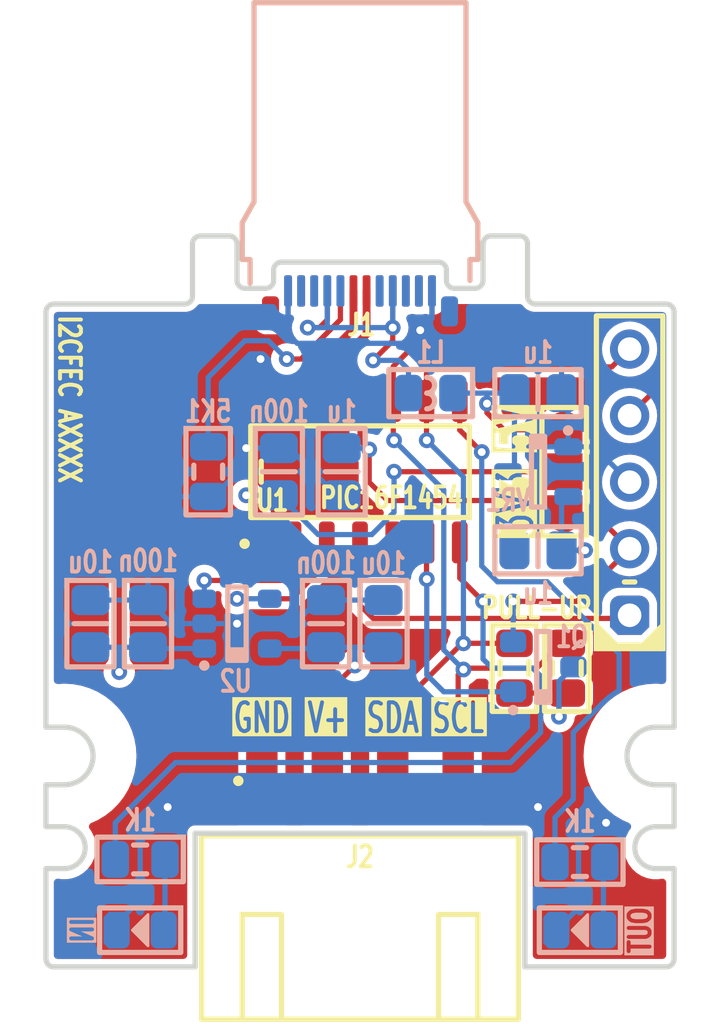
<source format=kicad_pcb>
(kicad_pcb (version 20240108) (generator "pcbnew") (generator_version "8.0")
  (layers (0 "F.Cu" signal) (31 "B.Cu" jumper) (34 "B.Paste" user) (35 "F.Paste" user) (36 "B.SilkS" user "B.Silkscreen") (37 "F.SilkS" user "F.Silkscreen") (38 "B.Mask" user) (39 "F.Mask" user) (44 "Edge.Cuts" user))
  (net 0 "")
  (net 1 "A_CC")
  (net 2 "USB_DP")
  (net 3 "USB_DM")
  (net 4 "GND")
  (net 5 "5V")
  (net 6 "ICSP_VPP")
  (net 7 "Vin")
  (net 8 "POWER_EN")
  (net 9 "POWER_FAULT")
  (net 10 "VDD")
  (net 11 "VDD_OUT")
  (net 12 "3V3")
  (net 13 "SDA")
  (net 14 "SCL")
  (net 15 "LED_A'")
  (net 16 "LED_A")
  (net 17 "LED_B'")
  (net 18 "LED_B")
  (net 19 "OUT_PULLUP")
  (net 20 "VDD_PULLUP")
  (footprint "Medo64:JP Dual (1205)" (layer "F.Cu") (at 39.8 29 90)
    (property "Reference" "JP1" (hide yes))
    (property "Value" "Jumper" (hide yes))
    (fp_rect (start -2.45 -0.85) (end 2.45 0.85) (stroke (width 0.2)) (fill none) (layer "F.SilkS"))
    (pad "1" smd roundrect (at -1.6 0 90) (size 1.4 1.4) (layers "F.Cu" "F.Mask") (roundrect_rratio 0.5) (chamfer_ratio 0) (chamfer top_right bottom_right) (net 12 "3V3"))
    (pad "2" smd roundrect (at 0 0 90) (size 1.4 1.4) (layers "F.Cu" "F.Mask") (roundrect_rratio 0) (chamfer_ratio 0) (chamfer top_left top_right bottom_left bottom_right) (net 10 "VDD"))
    (pad "3" smd roundrect (at 1.6 0 90) (size 1.4 1.4) (layers "F.Cu" "F.Mask") (roundrect_rratio 0.5) (chamfer_ratio 0) (chamfer top_left bottom_left) (net 5 "5V"))
  )
  (footprint "Medo64:J USB C 3.2 Edge (24w)" (layer "F.Cu") (at 32 22)
    (property "Reference" "J1" (at 0.05 1.4 0) (layer "F.SilkS") (effects (font (size 0.8 0.6))))
    (property "Value" "105444-0001" (hide yes))
    (fp_line (start -4.5 -2.5) (end -4.5 -1.1) (stroke (width 0.2)) (layer "B.SilkS"))
    (fp_line (start -4.5 -2.5) (end -4.05 -3.3) (stroke (width 0.2)) (layer "B.SilkS"))
    (fp_line (start -4.5 -1.1) (end -4.2 -1.1) (stroke (width 0.2)) (layer "B.SilkS"))
    (fp_line (start -4.2 -1) (end -4.2 -0.2) (stroke (width 0.2)) (layer "B.SilkS"))
    (fp_line (start -4.05 -10.9) (end -4.05 -3.3) (stroke (width 0.2)) (layer "B.SilkS"))
    (fp_line (start -4.05 -10.9) (end 4.05 -10.9) (stroke (width 0.2)) (layer "B.SilkS"))
    (fp_line (start 4.05 -10.9) (end 4.05 -3.3) (stroke (width 0.2)) (layer "B.SilkS"))
    (fp_line (start 4.2 -1.1) (end 4.2 -0.3) (stroke (width 0.2)) (layer "B.SilkS"))
    (fp_line (start 4.5 -2.5) (end 4.05 -3.3) (stroke (width 0.2)) (layer "B.SilkS"))
    (fp_line (start 4.5 -2.5) (end 4.5 -1.1) (stroke (width 0.2)) (layer "B.SilkS"))
    (fp_line (start 4.5 -1.1) (end 4.2 -1.1) (stroke (width 0.2)) (layer "B.SilkS"))
    (fp_line (start -4.5 -2.5) (end -4.5 -1.1) (stroke (width 0.2)) (layer "F.SilkS"))
    (fp_line (start -4.5 -2.5) (end -4.05 -3.3) (stroke (width 0.2)) (layer "F.SilkS"))
    (fp_line (start -4.5 -1.1) (end -4.2 -1.1) (stroke (width 0.2)) (layer "F.SilkS"))
    (fp_line (start -4.2 -1.1) (end -4.2 -0.3) (stroke (width 0.2)) (layer "F.SilkS"))
    (fp_line (start -4.05 -10.9) (end -4.05 -3.3) (stroke (width 0.2)) (layer "F.SilkS"))
    (fp_line (start -4.05 -10.9) (end 4.05 -10.9) (stroke (width 0.2)) (layer "F.SilkS"))
    (fp_line (start 4.05 -10.9) (end 4.05 -3.3) (stroke (width 0.2)) (layer "F.SilkS"))
    (fp_line (start 4.2 -1.1) (end 4.2 -0.3) (stroke (width 0.2)) (layer "F.SilkS"))
    (fp_line (start 4.5 -2.5) (end 4.05 -3.3) (stroke (width 0.2)) (layer "F.SilkS"))
    (fp_line (start 4.5 -2.5) (end 4.5 -1.1) (stroke (width 0.2)) (layer "F.SilkS"))
    (fp_line (start 4.5 -1.1) (end 4.2 -1.1) (stroke (width 0.2)) (layer "F.SilkS"))
    (pad "A1" smd roundrect (at -2.75 0.1) (size 0.3 1.2) (layers "F.Cu" "F.Paste" "F.Mask") (chamfer_ratio 0.2) (chamfer top_left bottom_left) (net 4 "GND"))
    (pad "A2" smd roundrect (at -2.25 0.1) (size 0.3 1.2) (layers "F.Cu" "F.Paste" "F.Mask"))
    (pad "A3" smd roundrect (at -1.75 0.1) (size 0.3 1.2) (layers "F.Cu" "F.Paste" "F.Mask"))
    (pad "A4" smd roundrect (at -1.25 0.1) (size 0.3 1.2) (layers "F.Cu" "F.Paste" "F.Mask") (net 7 "Vin"))
    (pad "A5" smd roundrect (at -0.75 0.1) (size 0.3 1.2) (layers "F.Cu" "F.Paste" "F.Mask") (net 1 "A_CC"))
    (pad "A6" smd roundrect (at -0.25 0.1) (size 0.3 1.2) (layers "F.Cu" "F.Paste" "F.Mask") (net 2 "USB_DP"))
    (pad "A7" smd roundrect (at 0.25 0.1) (size 0.3 1.2) (layers "F.Cu" "F.Paste" "F.Mask") (net 3 "USB_DM"))
    (pad "A8" smd roundrect (at 0.75 0.1) (size 0.3 1.2) (layers "F.Cu" "F.Paste" "F.Mask"))
    (pad "A9" smd roundrect (at 1.25 0.1) (size 0.3 1.2) (layers "F.Cu" "F.Paste" "F.Mask") (net 7 "Vin"))
    (pad "A10" smd roundrect (at 1.75 0.1) (size 0.3 1.2) (layers "F.Cu" "F.Paste" "F.Mask"))
    (pad "A11" smd roundrect (at 2.25 0.1) (size 0.3 1.2) (layers "F.Cu" "F.Paste" "F.Mask"))
    (pad "A12" smd roundrect (at 2.75 0.1) (size 0.3 1.2) (layers "F.Cu" "F.Paste" "F.Mask") (net 4 "GND"))
    (pad "B01" smd roundrect (at 2.75 0.1) (size 0.3 1.2) (layers "B.Cu" "B.Paste" "B.Mask") (chamfer_ratio 0.2) (chamfer top_right bottom_right) (net 4 "GND"))
    (pad "B02" smd roundrect (at 2.25 0.1) (size 0.3 1.2) (layers "B.Cu" "B.Paste" "B.Mask"))
    (pad "B03" smd roundrect (at 1.75 0.1) (size 0.3 1.2) (layers "B.Cu" "B.Paste" "B.Mask"))
    (pad "B04" smd roundrect (at 1.25 0.1) (size 0.3 1.2) (layers "B.Cu" "B.Paste" "B.Mask") (net 7 "Vin"))
    (pad "B05" smd roundrect (at 0.75 0.1) (size 0.3 1.2) (layers "B.Cu" "B.Paste" "B.Mask"))
    (pad "B08" smd roundrect (at -0.75 0.1) (size 0.3 1.2) (layers "B.Cu" "B.Paste" "B.Mask"))
    (pad "B09" smd roundrect (at -1.25 0.1) (size 0.3 1.2) (layers "B.Cu" "B.Paste" "B.Mask") (net 7 "Vin"))
    (pad "B10" smd roundrect (at -1.75 0.1) (size 0.3 1.2) (layers "B.Cu" "B.Paste" "B.Mask"))
    (pad "B11" smd roundrect (at -2.25 0.1) (size 0.3 1.2) (layers "B.Cu" "B.Paste" "B.Mask"))
    (pad "B12" smd roundrect (at -2.75 0.1) (size 0.3 1.2) (layers "B.Cu" "B.Paste" "B.Mask") (net 4 "GND"))
    (pad "S" smd roundrect (at -3.42 0.88) (size 0.65 1.15) (layers "F.Cu" "F.Paste" "F.Mask"))
    (pad "S" smd roundrect (at 3.42 0.88) (size 0.65 1.15) (layers "B.Cu" "B.Paste" "B.Mask"))
  )
  (footprint "Medo64:J JST XH Edge [I2C] (4w)" (layer "F.Cu") (at 32 40.8)
    (property "Reference" "J2" (at 0 2.9 0) (layer "F.SilkS") (effects (font (size 0.8 0.6) (thickness 0.15) (bold yes))))
    (property "Value" "B4B-XH-A")
    (fp_rect (start -6.05 2.1) (end 6.05 9.1) (stroke (width 0.2)) (fill none) (layer "F.SilkS"))
    (fp_rect (start -4.5 5.1) (end -3 9.1) (stroke (width 0.2)) (fill none) (layer "F.SilkS"))
    (fp_rect (start 4.5 5.1) (end 3 9.1) (stroke (width 0.2)) (fill none) (layer "F.SilkS"))
    (fp_circle (center -4.65 0) (end -4.5 0) (stroke (width 0.1)) (fill solid) (layer "F.SilkS"))
    (pad "1" smd roundrect (at -3.75 0) (size 1.2 3) (layers "F.Cu" "F.Paste" "F.Mask") (chamfer_ratio 0.2) (chamfer top_left bottom_left) (net 4 "GND"))
    (pad "2" smd roundrect (at -1.25 0) (size 1.2 3) (layers "F.Cu" "F.Paste" "F.Mask") (net 11 "VDD_OUT"))
    (pad "3" smd roundrect (at 1.25 0) (size 1.2 3) (layers "F.Cu" "F.Paste" "F.Mask") (net 13 "SDA"))
    (pad "4" smd roundrect (at 3.75 0) (size 1.2 3) (layers "F.Cu" "F.Paste" "F.Mask") (net 14 "SCL"))
  )
  (footprint "Medo64:U Micro [PIC16F1454] (SOIC-14)" (layer "F.Cu") (at 32 29 90)
    (property "Reference" "U1" (at -1.1 -3.35 360) (layer "F.SilkS") (effects (font (size 0.8 0.6))))
    (property "Value" "PIC16F1454" (at -1 1.2 360) (layer "F.SilkS") (effects (font (size 0.8 0.6))))
    (fp_line (start -0.4 -3.775) (end 0.4 -3.775) (stroke (width 0.2)) (layer "F.SilkS"))
    (fp_rect (start -1.75 4.175) (end 1.75 -4.175) (stroke (width 0.2)) (fill none) (layer "F.SilkS"))
    (fp_circle (center -2.75 -4.41) (end -2.6 -4.41) (stroke (width 0.1)) (fill solid) (layer "F.SilkS"))
    (pad "1" smd roundrect (at -2.7 -3.81 90) (size 1.6 0.6) (layers "F.Cu" "F.Paste" "F.Mask") (chamfer_ratio 0.2) (chamfer top_left top_right) (net 10 "VDD"))
    (pad "2" smd roundrect (at -2.7 -2.54 90) (size 1.6 0.6) (layers "F.Cu" "F.Paste" "F.Mask") (net 8 "POWER_EN"))
    (pad "3" smd roundrect (at -2.7 -1.27 90) (size 1.6 0.6) (layers "F.Cu" "F.Paste" "F.Mask") (net 9 "POWER_FAULT"))
    (pad "4" smd roundrect (at -2.7 0 90) (size 1.6 0.6) (layers "F.Cu" "F.Paste" "F.Mask") (net 6 "ICSP_VPP"))
    (pad "5" smd roundrect (at -2.7 1.27 90) (size 1.6 0.6) (layers "F.Cu" "F.Paste" "F.Mask"))
    (pad "6" smd roundrect (at -2.7 2.54 90) (size 1.6 0.6) (layers "F.Cu" "F.Paste" "F.Mask") (net 19 "OUT_PULLUP"))
    (pad "7" smd roundrect (at -2.7 3.81 90) (size 1.6 0.6) (layers "F.Cu" "F.Paste" "F.Mask") (net 16 "LED_A"))
    (pad "8" smd roundrect (at 2.7 3.81 90) (size 1.6 0.6) (layers "F.Cu" "F.Paste" "F.Mask") (net 18 "LED_B"))
    (pad "9" smd roundrect (at 2.7 2.54 90) (size 1.6 0.6) (layers "F.Cu" "F.Paste" "F.Mask") (net 13 "SDA"))
    (pad "10" smd roundrect (at 2.7 1.27 90) (size 1.6 0.6) (layers "F.Cu" "F.Paste" "F.Mask") (net 14 "SCL"))
    (pad "11" smd roundrect (at 2.7 0 90) (size 1.6 0.6) (layers "F.Cu" "F.Paste" "F.Mask") (net 12 "3V3"))
    (pad "12" smd roundrect (at 2.7 -1.27 90) (size 1.6 0.6) (layers "F.Cu" "F.Paste" "F.Mask") (net 3 "USB_DM"))
    (pad "13" smd roundrect (at 2.7 -2.54 90) (size 1.6 0.6) (layers "F.Cu" "F.Paste" "F.Mask") (net 2 "USB_DP"))
    (pad "14" smd roundrect (at 2.7 -3.81 90) (size 1.6 0.6) (layers "F.Cu" "F.Paste" "F.Mask") (net 4 "GND"))
  )
  (footprint "Medo64:R (0805)" (layer "F.Cu") (at 39.9 36.5 -90)
    (property "Reference" "R3" (hide yes))
    (property "Value" "2K2" (hide yes))
    (fp_line (start -0.25 0.55) (end 0.25 0.55) (stroke (width 0.2)) (layer "F.SilkS"))
    (fp_line (start -0.25 -0.55) (end 0.25 -0.55) (stroke (width 0.2)) (layer "F.SilkS"))
    (fp_rect (start -1.65 -0.85) (end 1.65 0.85) (stroke (width 0.2)) (fill none) (layer "F.SilkS"))
    (pad "1" smd roundrect (at -0.95 0 270) (size 1.05 1.4) (layers "F.Cu" "F.Paste" "F.Mask") (net 14 "SCL"))
    (pad "2" smd roundrect (at 0.95 0 270) (size 1.05 1.4) (layers "F.Cu" "F.Paste" "F.Mask") (net 20 "VDD_PULLUP"))
  )
  (footprint "Medo64:ICSP PIC Pogo (5w)" (layer "F.Cu") (at 42.3 29.4 90)
    (property "Reference" "ICSP" (hide yes))
    (property "Value" "Microchip PIC" (hide yes))
    (fp_line (start -3.81 -0.2) (end -3.81 0.2) (stroke (width 0.2)) (layer "F.SilkS"))
    (fp_rect (start -6.35 -1.27) (end 6.35 1.27) (stroke (width 0.2)) (fill none) (layer "F.SilkS"))
    (fp_poly (pts (xy -6.223 -0.508) (xy -5.461 -1.27) (xy -6.35 -1.27) (xy -6.35 1.27) (xy -5.461 1.27) (xy -6.223 0.508)) (stroke (width 0.2)) (fill solid) (layer "F.SilkS"))
    (pad "1" thru_hole roundrect (at -5.08 0 90) (size 1.5 1.5) (drill 0.9) (layers "*.Cu" "*.Mask") (chamfer_ratio 0.2) (chamfer top_left bottom_left) (net 6 "ICSP_VPP"))
    (pad "2" thru_hole circle (at -2.54 0 90) (size 1.5 1.5) (drill 0.9) (layers "*.Cu" "*.Mask") (net 10 "VDD"))
    (pad "3" thru_hole circle (at 0 0 90) (size 1.5 1.5) (drill 0.9) (layers "*.Cu" "*.Mask") (net 4 "GND"))
    (pad "4" thru_hole circle (at 2.54 0 90) (size 1.5 1.5) (drill 0.9) (layers "*.Cu" "*.Mask") (net 14 "SCL"))
    (pad "5" thru_hole circle (at 5.08 0 90) (size 1.5 1.5) (drill 0.9) (layers "*.Cu" "*.Mask") (net 13 "SDA"))
  )
  (footprint "Medo64:R (0805)" (layer "F.Cu") (at 37.9 36.5 -90)
    (property "Reference" "R4" (hide yes))
    (property "Value" "2K2" (hide yes))
    (fp_line (start -0.25 0.55) (end 0.25 0.55) (stroke (width 0.2)) (layer "F.SilkS"))
    (fp_line (start -0.25 -0.55) (end 0.25 -0.55) (stroke (width 0.2)) (layer "F.SilkS"))
    (fp_rect (start -1.65 -0.85) (end 1.65 0.85) (stroke (width 0.2)) (fill none) (layer "F.SilkS"))
    (pad "1" smd roundrect (at -0.95 0 270) (size 1.05 1.4) (layers "F.Cu" "F.Paste" "F.Mask") (net 13 "SDA"))
    (pad "2" smd roundrect (at 0.95 0 270) (size 1.05 1.4) (layers "F.Cu" "F.Paste" "F.Mask") (net 20 "VDD_PULLUP"))
  )
  (footprint "Medo64:R (0805)" (layer "B.Cu") (at 40.4 43.9)
    (property "Reference" "R2" (hide yes))
    (property "Value" "1K" (at 0 -1.55 0) (layer "B.SilkS") (effects (font (size 0.8 0.6)) (justify mirror)))
    (fp_line (start 0.25 -0.55) (end -0.25 -0.55) (stroke (width 0.2)) (layer "B.SilkS"))
    (fp_line (start 0.25 0.55) (end -0.25 0.55) (stroke (width 0.2)) (layer "B.SilkS"))
    (fp_rect (start 1.65 -0.85) (end -1.65 0.85) (stroke (width 0.2)) (fill none) (layer "B.SilkS"))
    (pad "1" smd roundrect (at -0.95 0) (size 1.05 1.4) (layers "B.Cu" "B.Paste" "B.Mask") (net 18 "LED_B"))
    (pad "2" smd roundrect (at 0.95 0) (size 1.05 1.4) (layers "B.Cu" "B.Paste" "B.Mask") (net 17 "LED_B'"))
  )
  (footprint "Medo64:C (0805)" (layer "B.Cu") (at 32.9 34.8 90)
    (property "Reference" "C8" (hide yes))
    (property "Value" "10u" (at 2.3 0 360) (layer "B.SilkS") (effects (font (size 0.8 0.6) (thickness 0.15) (bold yes)) (justify mirror)))
    (fp_line (start 0 -0.625) (end 0 0.625) (stroke (width 0.2)) (layer "B.SilkS"))
    (fp_rect (start 1.65 -0.9) (end -1.65 0.9) (stroke (width 0.2)) (fill none) (layer "B.SilkS"))
    (pad "1" smd roundrect (at -0.9 0 90) (size 1.15 1.45) (layers "B.Cu" "B.Paste" "B.Mask") (net 11 "VDD_OUT"))
    (pad "2" smd roundrect (at 0.9 0 90) (size 1.15 1.45) (layers "B.Cu" "B.Paste" "B.Mask") (net 4 "GND"))
  )
  (footprint "Medo64:Q MOSFET-P (SOT23-3)" (layer "B.Cu") (at 39 36.45 90)
    (property "Reference" "Q1" (at 1.15 1.1 0) (layer "B.SilkS") (effects (font (size 0.8 0.6)) (justify mirror)))
    (property "Value" "BSS84" (hide yes))
    (fp_rect (start 1.35 -0.25) (end -1.35 0.25) (stroke (width 0.2)) (fill none) (layer "B.SilkS"))
    (fp_rect (start -0.95 -0.25) (end -1.35 0.25) (stroke (width 0.2)) (fill solid) (layer "B.SilkS"))
    (fp_circle (center -1.65 -1.15) (end -1.5 -1.15) (stroke (width 0.1)) (fill solid) (layer "B.SilkS"))
    (pad "1" smd roundrect (at -0.95 -1.15 90) (size 0.8 1) (layers "B.Cu" "B.Paste" "B.Mask") (chamfer_ratio 0.2) (chamfer top_left bottom_left) (net 19 "OUT_PULLUP"))
    (pad "2" smd roundrect (at 0.95 -1.15 90) (size 0.8 1) (layers "B.Cu" "B.Paste" "B.Mask") (net 10 "VDD"))
    (pad "3" smd roundrect (at 0 1.15 90) (size 0.8 1) (layers "B.Cu" "B.Paste" "B.Mask") (net 20 "VDD_PULLUP"))
  )
  (footprint "Medo64:L (0805)" (layer "B.Cu") (at 34.7 26)
    (property "Reference" "L1" (at 0 -1.55 180) (layer "B.SilkS") (effects (font (size 0.8 0.6)) (justify mirror)))
    (property "Value" "120R" (hide yes))
    (fp_rect (start 1.6 -0.9) (end -1.6 0.9) (stroke (width 0.2)) (fill none) (layer "B.SilkS"))
    (fp_arc (start -0.15 -0.6) (mid 0.15 -0.3) (end -0.15 0) (stroke (width 0.2)) (layer "B.SilkS"))
    (fp_arc (start -0.15 0) (mid 0.15 0.3) (end -0.15 0.6) (stroke (width 0.2)) (layer "B.SilkS"))
    (pad "1" smd roundrect (at -0.85 0) (size 1.05 1.4) (layers "B.Cu" "B.Paste" "B.Mask") (net 7 "Vin"))
    (pad "2" smd roundrect (at 0.85 0) (size 1.05 1.4) (layers "B.Cu" "B.Paste" "B.Mask") (net 5 "5V"))
  )
  (footprint "Medo64:DS (0805)" (layer "B.Cu") (at 40.4 46.5)
    (property "Reference" "DS2" (hide yes))
    (property "Value" "OUT" (at 2.3 0 90) (layer "B.SilkS" knockout) (effects (font (size 0.8 0.6) (thickness 0.15) (bold yes)) (justify mirror)))
    (fp_rect (start 1.55 -0.85) (end -1.55 0.85) (stroke (width 0.2)) (fill none) (layer "B.SilkS"))
    (fp_poly (pts (xy -0.3 0) (xy 0.3 0.6) (xy 0.3 -0.6)) (stroke (width 0.1)) (fill solid) (layer "B.SilkS"))
    (pad "1" smd roundrect (at -0.9 0) (size 1 1.4) (layers "B.Cu" "B.Paste" "B.Mask") (chamfer_ratio 0.2) (chamfer top_left bottom_left) (net 4 "GND"))
    (pad "2" smd roundrect (at 0.9 0) (size 1 1.4) (layers "B.Cu" "B.Paste" "B.Mask") (net 17 "LED_B'"))
  )
  (footprint "Medo64:C (0805)" (layer "B.Cu") (at 21.7 34.8 90)
    (property "Reference" "C7" (hide yes))
    (property "Value" "10u" (at 2.35 0 360) (layer "B.SilkS") (effects (font (size 0.8 0.6) (thickness 0.15) (bold yes)) (justify mirror)))
    (fp_line (start 0 -0.625) (end 0 0.625) (stroke (width 0.2)) (layer "B.SilkS"))
    (fp_rect (start 1.65 -0.9) (end -1.65 0.9) (stroke (width 0.2)) (fill none) (layer "B.SilkS"))
    (pad "1" smd roundrect (at -0.9 0 90) (size 1.15 1.45) (layers "B.Cu" "B.Paste" "B.Mask") (net 10 "VDD"))
    (pad "2" smd roundrect (at 0.9 0 90) (size 1.15 1.45) (layers "B.Cu" "B.Paste" "B.Mask") (net 4 "GND"))
  )
  (footprint "Medo64:C (0805)" (layer "B.Cu") (at 28.9 29 90)
    (property "Reference" "C2" (hide yes))
    (property "Value" "100n" (at 2.3 0 180) (layer "B.SilkS") (effects (font (size 0.8 0.6) (thickness 0.15) (bold yes)) (justify mirror)))
    (fp_line (start 0 -0.625) (end 0 0.625) (stroke (width 0.2)) (layer "B.SilkS"))
    (fp_rect (start 1.65 -0.9) (end -1.65 0.9) (stroke (width 0.2)) (fill none) (layer "B.SilkS"))
    (pad "1" smd roundrect (at -0.9 0 90) (size 1.15 1.45) (layers "B.Cu" "B.Paste" "B.Mask") (net 10 "VDD"))
    (pad "2" smd roundrect (at 0.9 0 90) (size 1.15 1.45) (layers "B.Cu" "B.Paste" "B.Mask") (net 4 "GND"))
  )
  (footprint "Medo64:U LoadSwitch 100mA [MIC2091-1] (SOT23-5)" (layer "B.Cu") (at 27.3 34.8)
    (property "Reference" "U2" (at -0.05 2.2 180) (layer "B.SilkS") (effects (font (size 0.8 0.6)) (justify mirror)))
    (property "Value" "MIC2091" (hide yes))
    (fp_rect (start -0.35 -1.4) (end 0.35 1.4) (stroke (width 0.2)) (fill none) (layer "B.SilkS"))
    (fp_rect (start -0.35 1) (end 0.35 1.4) (stroke (width 0.2)) (fill solid) (layer "B.SilkS"))
    (fp_circle (center -1.25 1.6) (end -1.1 1.6) (stroke (width 0.1)) (fill solid) (layer "B.SilkS"))
    (pad "1" smd roundrect (at -1.25 0.95) (size 0.9 0.7) (layers "B.Cu" "B.Paste" "B.Mask") (chamfer_ratio 0.2) (chamfer bottom_left bottom_right) (net 10 "VDD"))
    (pad "2" smd roundrect (at -1.25 0) (size 0.9 0.7) (layers "B.Cu" "B.Paste" "B.Mask") (net 4 "GND"))
    (pad "3" smd roundrect (at -1.25 -0.95) (size 0.9 0.7) (layers "B.Cu" "B.Paste" "B.Mask") (chamfer_ratio 0.2) (chamfer bottom_left bottom_right) (net 8 "POWER_EN"))
    (pad "4" smd roundrect (at 1.25 -0.95) (size 0.9 0.7) (layers "B.Cu" "B.Paste" "B.Mask") (net 9 "POWER_FAULT"))
    (pad "5" smd roundrect (at 1.25 0.95) (size 0.9 0.7) (layers "B.Cu" "B.Paste" "B.Mask") (net 11 "VDD_OUT"))
  )
  (footprint "Medo64:R (0805)" (layer "B.Cu") (at 26.2 29 90)
    (property "Reference" "R5" (hide yes))
    (property "Value" "5K1" (at 2.3 0 360) (layer "B.SilkS") (effects (font (size 0.8 0.6)) (justify mirror)))
    (fp_line (start 0.25 -0.55) (end -0.25 -0.55) (stroke (width 0.2)) (layer "B.SilkS"))
    (fp_line (start 0.25 0.55) (end -0.25 0.55) (stroke (width 0.2)) (layer "B.SilkS"))
    (fp_rect (start 1.65 -0.85) (end -1.65 0.85) (stroke (width 0.2)) (fill none) (layer "B.SilkS"))
    (pad "1" smd roundrect (at -0.95 0 90) (size 1.05 1.4) (layers "B.Cu" "B.Paste" "B.Mask") (net 4 "GND"))
    (pad "2" smd roundrect (at 0.95 0 90) (size 1.05 1.4) (layers "B.Cu" "B.Paste" "B.Mask") (net 1 "A_CC"))
  )
  (footprint "Medo64:C (0805)" (layer "B.Cu") (at 30.7 34.8 90)
    (property "Reference" "C3" (hide yes))
    (property "Value" "100n" (at 1.85 0 180) (layer "B.SilkS") (effects (font (size 0.8 0.6) (thickness 0.15) (bold yes)) (justify bottom mirror)))
    (fp_line (start 0 -0.625) (end 0 0.625) (stroke (width 0.2)) (layer "B.SilkS"))
    (fp_rect (start 1.65 -0.9) (end -1.65 0.9) (stroke (width 0.2)) (fill none) (layer "B.SilkS"))
    (pad "1" smd roundrect (at -0.9 0 90) (size 1.15 1.45) (layers "B.Cu" "B.Paste" "B.Mask") (net 11 "VDD_OUT"))
    (pad "2" smd roundrect (at 0.9 0 90) (size 1.15 1.45) (layers "B.Cu" "B.Paste" "B.Mask") (net 4 "GND"))
  )
  (footprint "Medo64:C (0805)" (layer "B.Cu") (at 31.3 29 -90)
    (property "Reference" "C4" (hide yes))
    (property "Value" "1u" (at -2.3 0 360) (layer "B.SilkS") (effects (font (size 0.8 0.6) (thickness 0.15) (bold yes)) (justify mirror)))
    (fp_line (start 0 -0.625) (end 0 0.625) (stroke (width 0.2)) (layer "B.SilkS"))
    (fp_rect (start 1.65 -0.9) (end -1.65 0.9) (stroke (width 0.2)) (fill none) (layer "B.SilkS"))
    (pad "1" smd roundrect (at -0.9 0 270) (size 1.15 1.45) (layers "B.Cu" "B.Paste" "B.Mask") (net 12 "3V3"))
    (pad "2" smd roundrect (at 0.9 0 270) (size 1.15 1.45) (layers "B.Cu" "B.Paste" "B.Mask") (net 4 "GND"))
  )
  (footprint "Medo64:C (0805)" (layer "B.Cu") (at 38.8 32)
    (property "Reference" "C6" (hide yes))
    (property "Value" "1u" (at 0 1.65 180) (layer "B.SilkS") (effects (font (size 0.8 0.6) (thickness 0.15) (bold yes)) (justify mirror)))
    (fp_line (start 0 -0.625) (end 0 0.625) (stroke (width 0.2)) (layer "B.SilkS"))
    (fp_rect (start 1.65 -0.9) (end -1.65 0.9) (stroke (width 0.2)) (fill none) (layer "B.SilkS"))
    (pad "1" smd roundrect (at -0.9 0) (size 1.15 1.45) (layers "B.Cu" "B.Paste" "B.Mask") (net 4 "GND"))
    (pad "2" smd roundrect (at 0.9 0) (size 1.15 1.45) (layers "B.Cu" "B.Paste" "B.Mask") (net 12 "3V3"))
  )
  (footprint "Medo64:C (0805)" (layer "B.Cu") (at 38.8 26 180)
    (property "Reference" "C5" (hide yes))
    (property "Value" "1u" (at 0 1.55 180) (layer "B.SilkS") (effects (font (size 0.8 0.6) (thickness 0.15) (bold yes)) (justify mirror)))
    (fp_line (start 0 -0.625) (end 0 0.625) (stroke (width 0.2)) (layer "B.SilkS"))
    (fp_rect (start 1.65 -0.9) (end -1.65 0.9) (stroke (width 0.2)) (fill none) (layer "B.SilkS"))
    (pad "1" smd roundrect (at -0.9 0 180) (size 1.15 1.45) (layers "B.Cu" "B.Paste" "B.Mask") (net 4 "GND"))
    (pad "2" smd roundrect (at 0.9 0 180) (size 1.15 1.45) (layers "B.Cu" "B.Paste" "B.Mask") (net 5 "5V"))
  )
  (footprint "Medo64:C (0805)" (layer "B.Cu") (at 23.9 34.8 90)
    (property "Reference" "C1" (hide yes))
    (property "Value" "100n" (at 2.4 0 180) (layer "B.SilkS") (effects (font (size 0.8 0.6) (thickness 0.15) (bold yes)) (justify mirror)))
    (fp_line (start 0 -0.625) (end 0 0.625) (stroke (width 0.2)) (layer "B.SilkS"))
    (fp_rect (start 1.65 -0.9) (end -1.65 0.9) (stroke (width 0.2)) (fill none) (layer "B.SilkS"))
    (pad "1" smd roundrect (at -0.9 0 90) (size 1.15 1.45) (layers "B.Cu" "B.Paste" "B.Mask") (net 10 "VDD"))
    (pad "2" smd roundrect (at 0.9 0 90) (size 1.15 1.45) (layers "B.Cu" "B.Paste" "B.Mask") (net 4 "GND"))
  )
  (footprint "Medo64:DS (0805)" (layer "B.Cu") (at 23.6 46.5)
    (property "Reference" "DS1" (hide yes))
    (property "Value" "IN" (at -2.2 0 90) (layer "B.SilkS" knockout) (effects (font (size 0.8 0.6) (thickness 0.15) (bold yes)) (justify mirror)))
    (fp_rect (start 1.55 -0.85) (end -1.55 0.85) (stroke (width 0.2)) (fill none) (layer "B.SilkS"))
    (fp_poly (pts (xy -0.3 0) (xy 0.3 0.6) (xy 0.3 -0.6)) (stroke (width 0.1)) (fill solid) (layer "B.SilkS"))
    (pad "1" smd roundrect (at -0.9 0) (size 1 1.4) (layers "B.Cu" "B.Paste" "B.Mask") (chamfer_ratio 0.2) (chamfer top_left bottom_left) (net 4 "GND"))
    (pad "2" smd roundrect (at 0.9 0) (size 1 1.4) (layers "B.Cu" "B.Paste" "B.Mask") (net 15 "LED_A'"))
  )
  (footprint "Medo64:VR Linear 3.3V 250mA [MCP1700] (SOT-23)" (layer "B.Cu") (at 38.8 29 -90)
    (property "Reference" "VR1" (at 1.1 1.15 0) (layer "B.SilkS") (effects (font (size 0.8 0.6)) (justify mirror)))
    (property "Value" "MCP1700" (hide yes))
    (fp_rect (start -0.95 -0.25) (end -1.35 0.25) (stroke (width 0.2)) (fill solid) (layer "B.SilkS"))
    (fp_rect (start 1.35 -0.25) (end -1.35 0.25) (stroke (width 0.2)) (fill none) (layer "B.SilkS"))
    (fp_circle (center -1.575 -1.15) (end -1.425 -1.15) (stroke (width 0.1)) (fill solid) (layer "B.SilkS"))
    (pad "1" smd roundrect (at -0.95 -1.15 270) (size 0.65 1.05) (layers "B.Cu" "B.Paste" "B.Mask") (chamfer_ratio 0.2) (chamfer top_left bottom_left) (net 4 "GND"))
    (pad "2" smd roundrect (at 0.95 -1.15 270) (size 0.65 1.05) (layers "B.Cu" "B.Paste" "B.Mask") (net 12 "3V3"))
    (pad "3" smd roundrect (at 0 1.15 270) (size 0.65 1.05) (layers "B.Cu" "B.Paste" "B.Mask") (net 5 "5V"))
  )
  (footprint "Medo64:R (0805)" (layer "B.Cu") (at 23.6 43.8)
    (property "Reference" "R1" (hide yes))
    (property "Value" "1K" (at 0 -1.5 0) (layer "B.SilkS") (effects (font (size 0.8 0.6)) (justify mirror)))
    (fp_line (start 0.25 -0.55) (end -0.25 -0.55) (stroke (width 0.2)) (layer "B.SilkS"))
    (fp_line (start 0.25 0.55) (end -0.25 0.55) (stroke (width 0.2)) (layer "B.SilkS"))
    (fp_rect (start 1.65 -0.85) (end -1.65 0.85) (stroke (width 0.2)) (fill none) (layer "B.SilkS"))
    (pad "1" smd roundrect (at -0.95 0) (size 1.05 1.4) (layers "B.Cu" "B.Paste" "B.Mask") (net 16 "LED_A"))
    (pad "2" smd roundrect (at 0.95 0) (size 1.05 1.4) (layers "B.Cu" "B.Paste" "B.Mask") (net 15 "LED_A'"))
  )
  (gr_line (start 38.4 20.3) (end 38.4 22.3) (stroke (width 0.2)) (layer "Edge.Cuts"))
  (gr_arc (start 25.6 22.3) (mid 25.512132 22.512132) (end 25.3 22.6) (stroke (width 0.2)) (layer "Edge.Cuts"))
  (gr_arc (start 43.3 40.95) (mid 42.2 39.85) (end 43.3 38.75) (stroke (width 0.2)) (layer "Edge.Cuts"))
  (gr_line (start 38.3 47.9) (end 43.7 47.9) (stroke (width 0.2)) (layer "Edge.Cuts"))
  (gr_line (start 20.7 40.95) (end 20 40.95) (stroke (width 0.2)) (layer "Edge.Cuts"))
  (gr_line (start 43.3 40.95) (end 44 40.95) (stroke (width 0.2)) (layer "Edge.Cuts"))
  (gr_line (start 44 44.15) (end 43.3 44.15) (stroke (width 0.2)) (layer "Edge.Cuts"))
  (gr_arc (start 35 21) (mid 35.212132 21.087868) (end 35.3 21.3) (stroke (width 0.2)) (layer "Edge.Cuts"))
  (gr_arc (start 28.7 21.3) (mid 28.787868 21.087868) (end 29 21) (stroke (width 0.2)) (layer "Edge.Cuts"))
  (gr_line (start 38.1 20) (end 37 20) (stroke (width 0.2)) (layer "Edge.Cuts"))
  (gr_arc (start 28.7 21.7) (mid 28.612132 21.912132) (end 28.4 22) (stroke (width 0.2)) (layer "Edge.Cuts"))
  (gr_arc (start 27 20) (mid 27.212132 20.087868) (end 27.3 20.3) (stroke (width 0.2)) (layer "Edge.Cuts"))
  (gr_arc (start 43.7 22.6) (mid 43.912132 22.687868) (end 44 22.9) (stroke (width 0.2)) (layer "Edge.Cuts"))
  (gr_line (start 20 44.15) (end 20 47.6) (stroke (width 0.2)) (layer "Edge.Cuts"))
  (gr_line (start 20 38.75) (end 20.7 38.75) (stroke (width 0.2)) (layer "Edge.Cuts"))
  (gr_line (start 44 42.55) (end 43.3 42.55) (stroke (width 0.2)) (layer "Edge.Cuts"))
  (gr_arc (start 38.7 22.6) (mid 38.487868 22.512132) (end 38.4 22.3) (stroke (width 0.2)) (layer "Edge.Cuts"))
  (gr_line (start 44 42.55) (end 44 40.95) (stroke (width 0.2)) (layer "Edge.Cuts"))
  (gr_line (start 28.4 22) (end 27.6 22) (stroke (width 0.2)) (layer "Edge.Cuts"))
  (gr_line (start 43.7 22.6) (end 38.7 22.6) (stroke (width 0.2)) (layer "Edge.Cuts"))
  (gr_line (start 20.3 22.6) (end 25.3 22.6) (stroke (width 0.2)) (layer "Edge.Cuts"))
  (gr_arc (start 38.1 20) (mid 38.312132 20.087868) (end 38.4 20.3) (stroke (width 0.2)) (layer "Edge.Cuts"))
  (gr_arc (start 35.6 22) (mid 35.387868 21.912132) (end 35.3 21.7) (stroke (width 0.2)) (layer "Edge.Cuts"))
  (gr_line (start 35.3 21.7) (end 35.3 21.3) (stroke (width 0.2)) (layer "Edge.Cuts"))
  (gr_line (start 27.3 20.3) (end 27.3 21.7) (stroke (width 0.2)) (layer "Edge.Cuts"))
  (gr_arc (start 20 22.9) (mid 20.087868 22.687868) (end 20.3 22.6) (stroke (width 0.2)) (layer "Edge.Cuts"))
  (gr_arc (start 36.7 20.3) (mid 36.787868 20.087868) (end 37 20) (stroke (width 0.2)) (layer "Edge.Cuts"))
  (gr_arc (start 20.7 42.55) (mid 21.5 43.35) (end 20.7 44.15) (stroke (width 0.2)) (layer "Edge.Cuts"))
  (gr_arc (start 27.6 22) (mid 27.387868 21.912132) (end 27.3 21.7) (stroke (width 0.2)) (layer "Edge.Cuts"))
  (gr_line (start 36.7 20.3) (end 36.7 21.7) (stroke (width 0.2)) (layer "Edge.Cuts"))
  (gr_arc (start 44 47.6) (mid 43.912132 47.812132) (end 43.7 47.9) (stroke (width 0.2)) (layer "Edge.Cuts"))
  (gr_line (start 36.4 22) (end 35.6 22) (stroke (width 0.2)) (layer "Edge.Cuts"))
  (gr_line (start 44 22.9) (end 44 38.75) (stroke (width 0.2)) (layer "Edge.Cuts"))
  (gr_line (start 43.3 38.75) (end 44 38.75) (stroke (width 0.2)) (layer "Edge.Cuts"))
  (gr_line (start 28.7 21.7) (end 28.7 21.3) (stroke (width 0.2)) (layer "Edge.Cuts"))
  (gr_arc (start 20.7 38.75) (mid 21.8 39.85) (end 20.7 40.95) (stroke (width 0.2)) (layer "Edge.Cuts"))
  (gr_arc (start 43.3 44.15) (mid 42.5 43.35) (end 43.3 42.55) (stroke (width 0.2)) (layer "Edge.Cuts"))
  (gr_line (start 25.9 20) (end 27 20) (stroke (width 0.2)) (layer "Edge.Cuts"))
  (gr_line (start 25.6 20.3) (end 25.6 22.3) (stroke (width 0.2)) (layer "Edge.Cuts"))
  (gr_line (start 44 44.15) (end 44 47.6) (stroke (width 0.2)) (layer "Edge.Cuts"))
  (gr_line (start 20 22.9) (end 20 38.75) (stroke (width 0.2)) (layer "Edge.Cuts"))
  (gr_line (start 20.7 44.15) (end 20 44.15) (stroke (width 0.2)) (layer "Edge.Cuts"))
  (gr_line (start 38.3 42.8) (end 25.7 42.8) (stroke (width 0.2)) (layer "Edge.Cuts"))
  (gr_arc (start 25.6 20.3) (mid 25.687868 20.087868) (end 25.9 20) (stroke (width 0.2)) (layer "Edge.Cuts"))
  (gr_arc (start 36.7 21.7) (mid 36.612132 21.912132) (end 36.4 22) (stroke (width 0.2)) (layer "Edge.Cuts"))
  (gr_line (start 29 21) (end 35 21) (stroke (width 0.2)) (layer "Edge.Cuts"))
  (gr_line (start 25.7 47.9) (end 25.7 42.8) (stroke (width 0.2)) (layer "Edge.Cuts"))
  (gr_line (start 20.7 42.55) (end 20 42.55) (stroke (width 0.2)) (layer "Edge.Cuts"))
  (gr_line (start 20 42.55) (end 20 40.95) (stroke (width 0.2)) (layer "Edge.Cuts"))
  (gr_line (start 20.3 47.9) (end 25.7 47.9) (stroke (width 0.2)) (layer "Edge.Cuts"))
  (gr_line (start 38.3 47.9) (end 38.3 42.8) (stroke (width 0.2)) (layer "Edge.Cuts"))
  (gr_arc (start 20.3 47.9) (mid 20.087868 47.812132) (end 20 47.6) (stroke (width 0.2)) (layer "Edge.Cuts"))
  (gr_text "SCL" (at 35.75 38.4 0) (layer "F.SilkS" knockout) (effects (font (size 1.1 0.7) (thickness 0.15) (bold yes))))
  (gr_text "SDA" (at 33.25 38.4 0) (layer "F.SilkS" knockout) (effects (font (size 1.1 0.7) (thickness 0.15) (bold yes))))
  (gr_text "5V" (at 37.95 27.4 90) (layer "F.SilkS" knockout) (effects (font (size 1.3 0.9) (thickness 0.15) (bold yes))))
  (gr_text "V+" (at 30.75 38.4 0) (layer "F.SilkS" knockout) (effects (font (size 1.1 0.7) (thickness 0.15) (bold yes))))
  (gr_text "PULL-UP" (at 38.75 34.2 0) (layer "F.SilkS") (effects (font (size 0.8 0.6) (thickness 0.15) (bold yes))))
  (gr_text "GND" (at 28.25 38.4 0) (layer "F.SilkS" knockout) (effects (font (size 1.1 0.7) (thickness 0.15) (bold yes))))
  (gr_text "I2CFEC AXXXX" (at 20.9 22.95 270) (layer "F.SilkS") (effects (font (size 0.8 0.6) (thickness 0.15) (bold yes)) (justify left)))
  (gr_text "3V3" (at 37.95 30.2 90) (layer "F.SilkS" knockout) (effects (font (size 1.3 0.9) (thickness 0.15) (bold yes))))
  (segment (start 29.744975 24.7) (end 29.2 24.7) (width 0.2) (layer "F.Cu") (net 1))
  (segment (start 31.25 22.1) (end 31.25 23.194975) (width 0.2) (layer "F.Cu") (net 1))
  (segment (start 31.25 23.194975) (end 29.744975 24.7) (width 0.2) (layer "F.Cu") (net 1))
  (via (at 29.2 24.7) (size 0.6) (drill 0.3) (layers "F.Cu" "B.Cu") (net 1))
  (segment (start 27.6 24) (end 28.5 24) (width 0.2) (layer "B.Cu") (net 1))
  (segment (start 26.2 28.05) (end 26.2 25.4) (width 0.2) (layer "B.Cu") (net 1))
  (segment (start 26.2 25.4) (end 27.6 24) (width 0.2) (layer "B.Cu") (net 1))
  (segment (start 28.5 24) (end 29.2 24.7) (width 0.2) (layer "B.Cu") (net 1))
  (segment (start 31.75 23.55) (end 29.46 25.84) (width 0.3) (layer "F.Cu") (net 2))
  (segment (start 31.75 22.1) (end 31.75 23.55) (width 0.3) (layer "F.Cu") (net 2))
  (segment (start 30.73 25.27) (end 30.73 26.3) (width 0.3) (layer "F.Cu") (net 3))
  (segment (start 32.25 22.1) (end 32.25 23.75) (width 0.3) (layer "F.Cu") (net 3))
  (segment (start 32.25 23.75) (end 30.73 25.27) (width 0.3) (layer "F.Cu") (net 3))
  (segment (start 34.75 22.1) (end 34.75 23.15) (width 0.2) (layer "F.Cu") (net 4))
  (segment (start 28.19 26.3) (end 28.19 27.56) (width 0.2) (layer "F.Cu") (net 4))
  (segment (start 28.19 27.56) (end 27.65 28.1) (width 0.2) (layer "F.Cu") (net 4))
  (segment (start 28.25 40.8) (end 25.65 40.8) (width 0.2) (layer "F.Cu") (net 4))
  (segment (start 28.25 37.75) (end 27.3 36.8) (width 0.2) (layer "F.Cu") (net 4))
  (segment (start 28.25 40.8) (end 28.25 37.75) (width 0.2) (layer "F.Cu") (net 4))
  (segment (start 28.19 24.71) (end 28.19 26.3) (width 0.2) (layer "F.Cu") (net 4))
  (segment (start 25.65 40.8) (end 24.65 41.8) (width 0.2) (layer "F.Cu") (net 4))
  (segment (start 27.3 36.8) (end 27.3 34.8) (width 0.2) (layer "F.Cu") (net 4))
  (segment (start 29.25 22.1) (end 29.25 23.65) (width 0.2) (layer "F.Cu") (net 4))
  (segment (start 39.399998 42.4) (end 38.799998 41.8) (width 0.2) (layer "F.Cu") (net 4))
  (segment (start 29.25 23.65) (end 28.19 24.71) (width 0.2) (layer "F.Cu") (net 4))
  (segment (start 41.4 42.4) (end 39.399998 42.4) (width 0.2) (layer "F.Cu") (net 4))
  (segment (start 34.75 23.15) (end 34.3 23.6) (width 0.2) (layer "F.Cu") (net 4))
  (via (at 24.65 41.8) (size 0.6) (drill 0.3) (layers "F.Cu" "B.Cu") (net 4))
  (via (at 34.3 23.6) (size 0.6) (drill 0.3) (layers "F.Cu" "B.Cu") (net 4))
  (via (at 38.799998 41.8) (size 0.6) (drill 0.3) (layers "F.Cu" "B.Cu") (net 4))
  (via (at 27.65 28.1) (size 0.6) (drill 0.3) (layers "F.Cu" "B.Cu") (net 4))
  (via (at 41.4 42.4) (size 0.6) (drill 0.3) (layers "F.Cu" "B.Cu") (net 4))
  (via (at 27.3 34.8) (size 0.6) (drill 0.3) (layers "F.Cu" "B.Cu") (net 4))
  (via (at 28.2 24.7) (size 0.6) (drill 0.3) (layers "F.Cu" "B.Cu") (net 4))
  (segment (start 40.35 45.65) (end 40.35 42.75) (width 0.2) (layer "B.Cu") (net 4))
  (segment (start 34.75 22.1) (end 34.75 23.15) (width 0.2) (layer "B.Cu") (net 4))
  (segment (start 23.9 30.45) (end 24.4 29.95) (width 0.2) (layer "B.Cu") (net 4))
  (segment (start 37.9 32) (end 37.9 30.65) (width 0.2) (layer "B.Cu") (net 4))
  (segment (start 39.4 24.1) (end 39.7 24.4) (width 0.2) (layer "B.Cu") (net 4))
  (segment (start 22.7 46.25) (end 23.6 45.35) (width 0.2) (layer "B.Cu") (net 4))
  (segment (start 24.4 29.95) (end 26.2 29.95) (width 0.2) (layer "B.Cu") (net 4))
  (segment (start 21.7 33.9) (end 23.9 33.9) (width 0.2) (layer "B.Cu") (net 4))
  (segment (start 23.6 45.35) (end 23.6 42.85) (width 0.2) (layer "B.Cu") (net 4))
  (segment (start 27.65 28.7) (end 26.4 29.95) (width 0.2) (layer "B.Cu") (net 4))
  (segment (start 26.05 34.8) (end 24.8 34.8) (width 0.2) (layer "B.Cu") (net 4))
  (segment (start 30.7 33.9) (end 32.9 33.9) (width 0.2) (layer "B.Cu") (net 4))
  (segment (start 40.35 42.75) (end 40.7 42.4) (width 0.2) (layer "B.Cu") (net 4))
  (segment (start 27.65 28.1) (end 27.65 28.7) (width 0.2) (layer "B.Cu") (net 4))
  (segment (start 24.8 34.8) (end 23.9 33.9) (width 0.2) (layer "B.Cu") (net 4))
  (segment (start 28.9 28.1) (end 27.65 28.1) (width 0.2) (layer "B.Cu") (net 4))
  (segment (start 29.95 25.95) (end 30.7 25.2) (width 0.2) (layer "B.Cu") (net 4))
  (segment (start 23.9 33.9) (end 23.9 30.45) (width 0.2) (layer "B.Cu") (net 4))
  (segment (start 34.3 24.1) (end 39.4 24.1) (width 0.2) (layer "B.Cu") (net 4))
  (segment (start 37.9 30.65) (end 38.8 29.75) (width 0.2) (layer "B.Cu") (net 4))
  (segment (start 29.6 24.1) (end 30.7 24.1) (width 0.2) (layer "B.Cu") (net 4))
  (segment (start 26.05 34.8) (end 27.3 34.8) (width 0.2) (layer "B.Cu") (net 4))
  (segment (start 30.7 24.1) (end 34.3 24.1) (width 0.2) (layer "B.Cu") (net 4))
  (segment (start 39.95 28.05) (end 40.95 28.05) (width 0.2) (layer "B.Cu") (net 4))
  (segment (start 38.8 28.35) (end 39.1 28.05) (width 0.2) (layer "B.Cu") (net 4))
  (segment (start 29.5 34.8) (end 30.4 33.9) (width 0.2) (layer "B.Cu") (net 4))
  (segment (start 27.65 25.95) (end 27.65 25.25) (width 0.2) (layer "B.Cu") (net 4))
  (segment (start 30.7 25.2) (end 30.7 24.1) (width 0.2) (layer "B.Cu") (net 4))
  (segment (start 27.6 28.05) (end 27.65 28.1) (width 0.2) (layer "B.Cu") (net 4))
  (segment (start 29.3 28.1) (end 31.1 29.9) (width 0.2) (layer "B.Cu") (net 4))
  (segment (start 23.6 42.85) (end 24.65 41.8) (width 0.2) (layer "B.Cu") (net 4))
  (segment (start 40.95 28.05) (end 42.3 29.4) (width 0.2) (layer "B.Cu") (net 4))
  (segment (start 34.75 23.15) (end 34.3 23.6) (width 0.2) (layer "B.Cu") (net 4))
  (segment (start 39.95 28.05) (end 39.95 26.25) (width 0.2) (layer "B.Cu") (net 4))
  (segment (start 27.65 25.25) (end 28.2 24.7) (width 0.2) (layer "B.Cu") (net 4))
  (segment (start 38.8 29.75) (end 38.8 28.35) (width 0.2) (layer "B.Cu") (net 4))
  (segment (start 39.1 28.05) (end 39.95 28.05) (width 0.2) (layer "B.Cu") (net 4))
  (segment (start 29.25 23.75) (end 29.6 24.1) (width 0.2) (layer "B.Cu") (net 4))
  (segment (start 39.5 46.5) (end 40.35 45.65) (width 0.2) (layer "B.Cu") (net 4))
  (segment (start 27.65 25.95) (end 29.95 25.95) (width 0.2) (layer "B.Cu") (net 4))
  (segment (start 27.65 28.1) (end 27.65 25.95) (width 0.2) (layer "B.Cu") (net 4))
  (segment (start 27.3 34.8) (end 29.5 34.8) (width 0.2) (layer "B.Cu") (net 4))
  (segment (start 39.7 24.4) (end 39.7 26) (width 0.2) (layer "B.Cu") (net 4))
  (segment (start 29.25 22.1) (end 29.25 23.75) (width 0.2) (layer "B.Cu") (net 4))
  (segment (start 40.7 42.4) (end 41.4 42.4) (width 0.2) (layer "B.Cu") (net 4))
  (segment (start 34.3 23.6) (end 34.3 24.1) (width 0.2) (layer "B.Cu") (net 4))
  (segment (start 24.65 41.8) (end 38.799998 41.8) (width 0.2) (layer "B.Cu") (net 4))
  (segment (start 36.85 26.75) (end 36.85 26.4) (width 0.2) (layer "F.Cu") (net 5))
  (segment (start 39.8 27.4) (end 37.5 27.4) (width 0.2) (layer "F.Cu") (net 5))
  (segment (start 37.5 27.4) (end 36.85 26.75) (width 0.2) (layer "F.Cu") (net 5))
  (via (at 36.85 26.4) (size 0.6) (drill 0.3) (layers "F.Cu" "B.Cu") (net 5))
  (segment (start 36.85 26) (end 36.85 26.4) (width 0.2) (layer "B.Cu") (net 5))
  (segment (start 37.9 26) (end 37.9 28.75) (width 0.2) (layer "B.Cu") (net 5))
  (segment (start 37.9 26) (end 36.85 26) (width 0.2) (layer "B.Cu") (net 5))
  (segment (start 36.85 26) (end 35.55 26) (width 0.2) (layer "B.Cu") (net 5))
  (segment (start 37.9 28.75) (end 37.65 29) (width 0.2) (layer "B.Cu") (net 5))
  (segment (start 42.18 34.6) (end 32.5 34.6) (width 0.2) (layer "F.Cu") (net 6))
  (segment (start 32.5 34.6) (end 32 34.1) (width 0.2) (layer "F.Cu") (net 6))
  (segment (start 32 34.1) (end 32 31.7) (width 0.2) (layer "F.Cu") (net 6))
  (segment (start 33.25 23.999984) (end 32.499984 24.75) (width 0.2) (layer "F.Cu") (net 7))
  (segment (start 30.75 22.1) (end 30.75 23.2) (width 0.2) (layer "F.Cu") (net 7))
  (segment (start 33.25 22.1) (end 33.25 23.6) (width 0.2) (layer "F.Cu") (net 7))
  (segment (start 30.45 23.5) (end 30 23.5) (width 0.2) (layer "F.Cu") (net 7))
  (segment (start 33.25 23.5) (end 33.25 23.999984) (width 0.2) (layer "F.Cu") (net 7))
  (segment (start 30.75 23.2) (end 30.45 23.5) (width 0.2) (layer "F.Cu") (net 7))
  (via (at 30 23.5) (size 0.6) (drill 0.3) (layers "F.Cu" "B.Cu") (net 7))
  (via (at 32.499984 24.75) (size 0.6) (drill 0.3) (layers "F.Cu" "B.Cu") (net 7))
  (via (at 33.25 23.5) (size 0.6) (drill 0.3) (layers "F.Cu" "B.Cu") (net 7))
  (segment (start 33.25 22.1) (end 33.25 23.5) (width 0.2) (layer "B.Cu") (net 7))
  (segment (start 30 23.5) (end 30.75 23.5) (width 0.2) (layer "B.Cu") (net 7))
  (segment (start 30.75 23.5) (end 33.25 23.5) (width 0.2) (layer "B.Cu") (net 7))
  (segment (start 33.5 24.75) (end 32.499984 24.75) (width 0.2) (layer "B.Cu") (net 7))
  (segment (start 33.85 25.1) (end 33.5 24.75) (width 0.2) (layer "B.Cu") (net 7))
  (segment (start 30.75 22.1) (end 30.75 23.5) (width 0.2) (layer "B.Cu") (net 7))
  (segment (start 33.85 26) (end 33.85 25.1) (width 0.2) (layer "B.Cu") (net 7))
  (segment (start 29.46 32.79) (end 29.1 33.15) (width 0.2) (layer "F.Cu") (net 8))
  (segment (start 29.1 33.15) (end 26.05 33.15) (width 0.2) (layer "F.Cu") (net 8))
  (segment (start 29.46 31.7) (end 29.46 32.79) (width 0.2) (layer "F.Cu") (net 8))
  (via (at 26.05 33.15) (size 0.6) (drill 0.3) (layers "F.Cu" "B.Cu") (net 8))
  (segment (start 26.05 33.85) (end 26.05 33.15) (width 0.2) (layer "B.Cu") (net 8))
  (segment (start 29.379999 33.85) (end 27.3 33.85) (width 0.2) (layer "F.Cu") (net 9))
  (segment (start 30.73 32.499999) (end 29.379999 33.85) (width 0.2) (layer "F.Cu") (net 9))
  (segment (start 30.73 31.7) (end 30.73 32.499999) (width 0.2) (layer "F.Cu") (net 9))
  (via (at 27.3 33.85) (size 0.6) (drill 0.3) (layers "F.Cu" "B.Cu") (net 9))
  (segment (start 28.55 33.85) (end 27.3 33.85) (width 0.2) (layer "B.Cu") (net 9))
  (segment (start 22.8 36.65) (end 22.8 32.05) (width 0.2) (layer "F.Cu") (net 10))
  (segment (start 23.15 31.7) (end 28.19 31.7) (width 0.2) (layer "F.Cu") (net 10))
  (segment (start 28.19 31.7) (end 28.19 30.44) (width 0.2) (layer "F.Cu") (net 10))
  (segment (start 22.8 32.05) (end 23.15 31.7) (width 0.2) (layer "F.Cu") (net 10))
  (segment (start 39.8 29) (end 33.299999 29) (width 0.2) (layer "F.Cu") (net 10))
  (segment (start 41.05 29.35) (end 40.7 29) (width 0.2) (layer "F.Cu") (net 10))
  (segment (start 42.3 31.94) (end 41.05 30.69) (width 0.2) (layer "F.Cu") (net 10))
  (segment (start 40.29 33.95) (end 37.85 33.95) (width 0.2) (layer "F.Cu") (net 10))
  (segment (start 28.19 30.44) (end 27.65 29.9) (width 0.2) (layer "F.Cu") (net 10))
  (segment (start 41.05 30.69) (end 41.05 29.35) (width 0.2) (layer "F.Cu") (net 10))
  (segment (start 40.7 29) (end 39.8 29) (width 0.2) (layer "F.Cu") (net 10))
  (segment (start 42.3 31.94) (end 40.29 33.95) (width 0.2) (layer "F.Cu") (net 10))
  (via (at 33.3 29) (size 0.6) (drill 0.3) (layers "F.Cu" "B.Cu") (net 10))
  (via (at 22.8 36.65) (size 0.6) (drill 0.3) (layers "F.Cu" "B.Cu") (net 10))
  (via (at 37.85 33.95) (size 0.6) (drill 0.3) (layers "F.Cu" "B.Cu") (net 10))
  (via (at 27.65 29.9) (size 0.6) (drill 0.3) (layers "F.Cu" "B.Cu") (net 10))
  (segment (start 33.3 30.55) (end 33.3 29) (width 0.2) (layer "B.Cu") (net 10))
  (segment (start 21.7 35.7) (end 22.8 35.7) (width 0.2) (layer "B.Cu") (net 10))
  (segment (start 30.4 31.4) (end 32.45 31.4) (width 0.2) (layer "B.Cu") (net 10))
  (segment (start 24.25 35.75) (end 26.05 35.75) (width 0.2) (layer "B.Cu") (net 10))
  (segment (start 37.85 35.5) (end 37.85 33.95) (width 0.2) (layer "B.Cu") (net 10))
  (segment (start 22.8 35.7) (end 23.9 35.7) (width 0.2) (layer "B.Cu") (net 10))
  (segment (start 22.8 35.7) (end 22.8 36.65) (width 0.2) (layer "B.Cu") (net 10))
  (segment (start 28.9 29.9) (end 27.65 29.9) (width 0.2) (layer "B.Cu") (net 10))
  (segment (start 32.45 31.4) (end 33.3 30.55) (width 0.2) (layer "B.Cu") (net 10))
  (segment (start 28.9 29.9) (end 30.4 31.4) (width 0.2) (layer "B.Cu") (net 10))
  (segment (start 30.75 37.45) (end 31.8 36.4) (width 0.2) (layer "F.Cu") (net 11))
  (segment (start 30.75 40.8) (end 30.75 37.45) (width 0.2) (layer "F.Cu") (net 11))
  (via (at 31.8 36.4) (size 0.6) (drill 0.3) (layers "F.Cu" "B.Cu") (net 11))
  (segment (start 32.9 35.7) (end 31.8 35.7) (width 0.2) (layer "B.Cu") (net 11))
  (segment (start 31.8 35.7) (end 31.8 36.4) (width 0.2) (layer "B.Cu") (net 11))
  (segment (start 31.8 35.7) (end 30.7 35.7) (width 0.2) (layer "B.Cu") (net 11))
  (segment (start 28.55 35.75) (end 30.65 35.75) (width 0.2) (layer "B.Cu") (net 11))
  (segment (start 32 27.8) (end 32.35 28.15) (width 0.2) (layer "F.Cu") (net 12))
  (segment (start 39.8 31.7) (end 40.100004 32.000004) (width 0.2) (layer "F.Cu") (net 12))
  (segment (start 33.05 30.1) (end 32.35 29.4) (width 0.2) (layer "F.Cu") (net 12))
  (segment (start 37.15 30.1) (end 33.05 30.1) (width 0.2) (layer "F.Cu") (net 12))
  (segment (start 37.65 30.6) (end 37.15 30.1) (width 0.2) (layer "F.Cu") (net 12))
  (segment (start 39.8 30.6) (end 39.8 31.7) (width 0.2) (layer "F.Cu") (net 12))
  (segment (start 39.8 30.6) (end 37.65 30.6) (width 0.2) (layer "F.Cu") (net 12))
  (segment (start 32 26.3) (end 32 27.8) (width 0.2) (layer "F.Cu") (net 12))
  (segment (start 32.35 29.4) (end 32.35 28.15) (width 0.2) (layer "F.Cu") (net 12))
  (segment (start 40.100004 32.000004) (end 40.6 32.000004) (width 0.2) (layer "F.Cu") (net 12))
  (via (at 32.35 28.15) (size 0.6) (drill 0.3) (layers "F.Cu" "B.Cu") (net 12))
  (via (at 40.6 32.000004) (size 0.6) (drill 0.3) (layers "F.Cu" "B.Cu") (net 12))
  (segment (start 32.3 28.1) (end 32.35 28.15) (width 0.2) (layer "B.Cu") (net 12))
  (segment (start 40.599996 32) (end 40.6 32.000004) (width 0.2) (layer "B.Cu") (net 12))
  (segment (start 31.3 28.1) (end 32.3 28.1) (width 0.2) (layer "B.Cu") (net 12))
  (segment (start 39.7 32) (end 40.599996 32) (width 0.2) (layer "B.Cu") (net 12))
  (segment (start 39.7 30.2) (end 39.95 29.95) (width 0.2) (layer "B.Cu") (net 12))
  (segment (start 39.7 32) (end 39.7 30.2) (width 0.2) (layer "B.Cu") (net 12))
  (segment (start 34.54 26.3) (end 34.54 25.26) (width 0.2) (layer "F.Cu") (net 13))
  (segment (start 33.25 38.2) (end 35.9 35.55) (width 0.2) (layer "F.Cu") (net 13))
  (segment (start 34.54 27.79) (end 34.55 27.8) (width 0.2) (layer "F.Cu") (net 13))
  (segment (start 41.62 25) (end 42.3 24.32) (width 0.2) (layer "F.Cu") (net 13))
  (segment (start 34.8 25) (end 41.62 25) (width 0.2) (layer "F.Cu") (net 13))
  (segment (start 35.9 35.55) (end 37.9 35.55) (width 0.2) (layer "F.Cu") (net 13))
  (segment (start 34.54 25.26) (end 34.8 25) (width 0.2) (layer "F.Cu") (net 13))
  (segment (start 34.54 26.3) (end 34.54 27.79) (width 0.2) (layer "F.Cu") (net 13))
  (segment (start 33.25 40.8) (end 33.25 38.2) (width 0.2) (layer "F.Cu") (net 13))
  (via (at 35.95 35.55) (size 0.6) (drill 0.3) (layers "F.Cu" "B.Cu") (net 13))
  (via (at 34.55 27.8) (size 0.6) (drill 0.3) (layers "F.Cu" "B.Cu") (net 13))
  (segment (start 34.55 27.8) (end 35.95 29.2) (width 0.2) (layer "B.Cu") (net 13))
  (segment (start 35.95 29.2) (end 35.95 35.55) (width 0.2) (layer "B.Cu") (net 13))
  (segment (start 33.27 26.3) (end 33.27 27.82) (width 0.2) (layer "F.Cu") (net 14))
  (segment (start 33.27 26.3) (end 33.27 24.98) (width 0.2) (layer "F.Cu") (net 14))
  (segment (start 40.4 24.35) (end 41.6 23.15) (width 0.2) (layer "F.Cu") (net 14))
  (segment (start 36 36.5) (end 38.75 36.5) (width 0.2) (layer "F.Cu") (net 14))
  (segment (start 33.27 24.98) (end 33.9 24.35) (width 0.2) (layer "F.Cu") (net 14))
  (segment (start 42.85 23.15) (end 43.45 23.75) (width 0.2) (layer "F.Cu") (net 14))
  (segment (start 38.75 36.5) (end 39.7 35.55) (width 0.2) (layer "F.Cu") (net 14))
  (segment (start 33.9 24.35) (end 40.4 24.35) (width 0.2) (layer "F.Cu") (net 14))
  (segment (start 43.45 25.71) (end 42.3 26.86) (width 0.2) (layer "F.Cu") (net 14))
  (segment (start 43.45 23.75) (end 43.45 25.71) (width 0.2) (layer "F.Cu") (net 14))
  (segment (start 35.75 36.75) (end 36 36.5) (width 0.2) (layer "F.Cu") (net 14))
  (segment (start 35.75 40.8) (end 35.75 36.75) (width 0.2) (layer "F.Cu") (net 14))
  (segment (start 41.6 23.15) (end 42.85 23.15) (width 0.2) (layer "F.Cu") (net 14))
  (via (at 35.95 36.55) (size 0.6) (drill 0.3) (layers "F.Cu" "B.Cu") (net 14))
  (via (at 33.3 27.8) (size 0.6) (drill 0.3) (layers "F.Cu" "B.Cu") (net 14))
  (segment (start 35.2 35.8) (end 35.95 36.55) (width 0.2) (layer "B.Cu") (net 14))
  (segment (start 33.3 27.8) (end 35.2 29.7) (width 0.2) (layer "B.Cu") (net 14))
  (segment (start 35.2 29.7) (end 35.2 35.8) (width 0.2) (layer "B.Cu") (net 14))
  (segment (start 24.55 43.8) (end 24.55 46.45) (width 0.2) (layer "B.Cu") (net 15))
  (segment (start 35.81 31.7) (end 35.81 33.06) (width 0.2) (layer "F.Cu") (net 16))
  (segment (start 35.81 33.06) (end 36.7 33.95) (width 0.2) (layer "F.Cu") (net 16))
  (via (at 36.7 33.95) (size 0.6) (drill 0.3) (layers "F.Cu" "B.Cu") (net 16))
  (segment (start 22.65 43.8) (end 22.65 42.4) (width 0.2) (layer "B.Cu") (net 16))
  (segment (start 37.05 36.5) (end 36.7 36.15) (width 0.2) (layer "B.Cu") (net 16))
  (segment (start 38.9 36.8) (end 38.6 36.5) (width 0.2) (layer "B.Cu") (net 16))
  (segment (start 36.7 36.15) (end 36.7 33.95) (width 0.2) (layer "B.Cu") (net 16))
  (segment (start 38.9 38.95) (end 38.9 36.8) (width 0.2) (layer "B.Cu") (net 16))
  (segment (start 22.65 42.4) (end 24.95 40.1) (width 0.2) (layer "B.Cu") (net 16))
  (segment (start 24.95 40.1) (end 37.75 40.1) (width 0.2) (layer "B.Cu") (net 16))
  (segment (start 38.6 36.5) (end 37.05 36.5) (width 0.2) (layer "B.Cu") (net 16))
  (segment (start 37.75 40.1) (end 38.9 38.95) (width 0.2) (layer "B.Cu") (net 16))
  (segment (start 41.3 46.5) (end 41.3 43.95) (width 0.2) (layer "B.Cu") (net 17))
  (segment (start 35.81 26.3) (end 35.81 27.41) (width 0.2) (layer "F.Cu") (net 18))
  (segment (start 35.81 27.41) (end 36.65 28.25) (width 0.2) (layer "F.Cu") (net 18))
  (via (at 36.65 28.25) (size 0.6) (drill 0.3) (layers "F.Cu" "B.Cu") (net 18))
  (segment (start 39.45 43.9) (end 39.45 42.2) (width 0.2) (layer "B.Cu") (net 18))
  (segment (start 36.65 32.6) (end 36.65 28.25) (width 0.2) (layer "B.Cu") (net 18))
  (segment (start 37.25 33.2) (end 36.65 32.6) (width 0.2) (layer "B.Cu") (net 18))
  (segment (start 41.815649 37.401408) (end 41.85 37.383487) (width 0.2) (layer "B.Cu") (net 18))
  (segment (start 39.45 42.2) (end 40.15 41.5) (width 0.2) (layer "B.Cu") (net 18))
  (segment (start 39.15 33.2) (end 37.25 33.2) (width 0.2) (layer "B.Cu") (net 18))
  (segment (start 41.2431 37.858003) (end 41.514721 37.611323) (width 0.2) (layer "B.Cu") (net 18))
  (segment (start 41.9 35.95) (end 39.15 33.2) (width 0.2) (layer "B.Cu") (net 18))
  (segment (start 40.15 38.951103) (end 41.2431 37.858003) (width 0.2) (layer "B.Cu") (net 18))
  (segment (start 40.15 41.5) (end 40.15 38.951103) (width 0.2) (layer "B.Cu") (net 18))
  (segment (start 41.85 37.383487) (end 41.9 37.333487) (width 0.2) (layer "B.Cu") (net 18))
  (segment (start 41.514721 37.611323) (end 41.815649 37.401408) (width 0.2) (layer "B.Cu") (net 18))
  (segment (start 41.9 37.333487) (end 41.9 35.95) (width 0.2) (layer "B.Cu") (net 18))
  (segment (start 34.54 31.7) (end 34.54 33.09) (width 0.2) (layer "F.Cu") (net 19))
  (segment (start 34.54 33.09) (end 34.55 33.1) (width 0.2) (layer "F.Cu") (net 19))
  (via (at 34.55 33.1) (size 0.6) (drill 0.3) (layers "F.Cu" "B.Cu") (net 19))
  (segment (start 34.55 36.75) (end 34.55 33.1) (width 0.2) (layer "B.Cu") (net 19))
  (segment (start 35.2 37.4) (end 34.55 36.75) (width 0.2) (layer "B.Cu") (net 19))
  (segment (start 37.85 37.4) (end 35.2 37.4) (width 0.2) (layer "B.Cu") (net 19))
  (segment (start 38.9 37.45) (end 39.9 37.45) (width 0.2) (layer "F.Cu") (net 20))
  (segment (start 37.9 37.45) (end 38.9 37.45) (width 0.2) (layer "F.Cu") (net 20))
  (segment (start 39.6 38.35) (end 39.6 37.75) (width 0.2) (layer "F.Cu") (net 20))
  (via (at 39.6 38.35) (size 0.6) (drill 0.3) (layers "F.Cu" "B.Cu") (net 20))
  (segment (start 39.6 37) (end 39.6 38.35) (width 0.2) (layer "B.Cu") (net 20))
  (segment (start 40.15 36.45) (end 39.6 37) (width 0.2) (layer "B.Cu") (net 20))
  (zone (net 4) (net_name "GND") (layers "F&B.Cu") (connect_pads no (clearance 0.3)) (min_thickness 0.3) (fill yes (thermal_gap 0.5) (thermal_bridge_width 0.5))
    (polygon (pts (xy 20 22.6) (xy 44 22.6) (xy 44 47.9) (xy 20 47.9)))
  )
)
</source>
